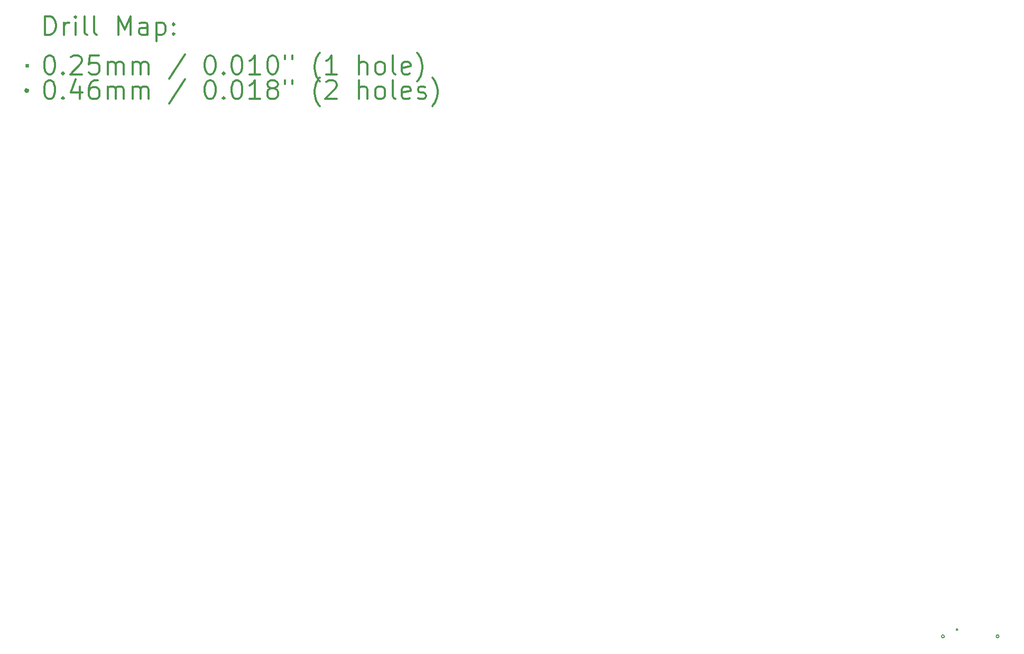
<source format=gbr>
%FSLAX45Y45*%
G04 Gerber Fmt 4.5, Leading zero omitted, Abs format (unit mm)*
G04 Created by KiCad (PCBNEW 4.0.5) date 02/24/17 13:58:27*
%MOMM*%
%LPD*%
G01*
G04 APERTURE LIST*
%ADD10C,0.127000*%
%ADD11C,0.200000*%
%ADD12C,0.300000*%
G04 APERTURE END LIST*
D10*
D11*
X463550Y769620D02*
X488950Y744220D01*
X488950Y769620D02*
X463550Y744220D01*
X270800Y648250D02*
G75*
G03X270800Y648250I-23000J0D01*
G01*
X1146800Y648250D02*
G75*
G03X1146800Y648250I-23000J0D01*
G01*
D12*
X-14130371Y10287376D02*
X-14130371Y10587376D01*
X-14058943Y10587376D01*
X-14016086Y10573090D01*
X-13987514Y10544519D01*
X-13973229Y10515947D01*
X-13958943Y10458804D01*
X-13958943Y10415947D01*
X-13973229Y10358804D01*
X-13987514Y10330233D01*
X-14016086Y10301661D01*
X-14058943Y10287376D01*
X-14130371Y10287376D01*
X-13830371Y10287376D02*
X-13830371Y10487376D01*
X-13830371Y10430233D02*
X-13816086Y10458804D01*
X-13801800Y10473090D01*
X-13773229Y10487376D01*
X-13744657Y10487376D01*
X-13644657Y10287376D02*
X-13644657Y10487376D01*
X-13644657Y10587376D02*
X-13658943Y10573090D01*
X-13644657Y10558804D01*
X-13630371Y10573090D01*
X-13644657Y10587376D01*
X-13644657Y10558804D01*
X-13458943Y10287376D02*
X-13487514Y10301661D01*
X-13501800Y10330233D01*
X-13501800Y10587376D01*
X-13301800Y10287376D02*
X-13330371Y10301661D01*
X-13344657Y10330233D01*
X-13344657Y10587376D01*
X-12958943Y10287376D02*
X-12958943Y10587376D01*
X-12858943Y10373090D01*
X-12758943Y10587376D01*
X-12758943Y10287376D01*
X-12487514Y10287376D02*
X-12487514Y10444519D01*
X-12501800Y10473090D01*
X-12530371Y10487376D01*
X-12587514Y10487376D01*
X-12616086Y10473090D01*
X-12487514Y10301661D02*
X-12516086Y10287376D01*
X-12587514Y10287376D01*
X-12616086Y10301661D01*
X-12630371Y10330233D01*
X-12630371Y10358804D01*
X-12616086Y10387376D01*
X-12587514Y10401661D01*
X-12516086Y10401661D01*
X-12487514Y10415947D01*
X-12344657Y10487376D02*
X-12344657Y10187376D01*
X-12344657Y10473090D02*
X-12316086Y10487376D01*
X-12258943Y10487376D01*
X-12230371Y10473090D01*
X-12216086Y10458804D01*
X-12201800Y10430233D01*
X-12201800Y10344519D01*
X-12216086Y10315947D01*
X-12230371Y10301661D01*
X-12258943Y10287376D01*
X-12316086Y10287376D01*
X-12344657Y10301661D01*
X-12073228Y10315947D02*
X-12058943Y10301661D01*
X-12073228Y10287376D01*
X-12087514Y10301661D01*
X-12073228Y10315947D01*
X-12073228Y10287376D01*
X-12073228Y10473090D02*
X-12058943Y10458804D01*
X-12073228Y10444519D01*
X-12087514Y10458804D01*
X-12073228Y10473090D01*
X-12073228Y10444519D01*
X-14427200Y9805790D02*
X-14401800Y9780390D01*
X-14401800Y9805790D02*
X-14427200Y9780390D01*
X-14073229Y9957376D02*
X-14044657Y9957376D01*
X-14016086Y9943090D01*
X-14001800Y9928804D01*
X-13987514Y9900233D01*
X-13973229Y9843090D01*
X-13973229Y9771661D01*
X-13987514Y9714519D01*
X-14001800Y9685947D01*
X-14016086Y9671661D01*
X-14044657Y9657376D01*
X-14073229Y9657376D01*
X-14101800Y9671661D01*
X-14116086Y9685947D01*
X-14130371Y9714519D01*
X-14144657Y9771661D01*
X-14144657Y9843090D01*
X-14130371Y9900233D01*
X-14116086Y9928804D01*
X-14101800Y9943090D01*
X-14073229Y9957376D01*
X-13844657Y9685947D02*
X-13830371Y9671661D01*
X-13844657Y9657376D01*
X-13858943Y9671661D01*
X-13844657Y9685947D01*
X-13844657Y9657376D01*
X-13716086Y9928804D02*
X-13701800Y9943090D01*
X-13673229Y9957376D01*
X-13601800Y9957376D01*
X-13573229Y9943090D01*
X-13558943Y9928804D01*
X-13544657Y9900233D01*
X-13544657Y9871661D01*
X-13558943Y9828804D01*
X-13730371Y9657376D01*
X-13544657Y9657376D01*
X-13273229Y9957376D02*
X-13416086Y9957376D01*
X-13430371Y9814519D01*
X-13416086Y9828804D01*
X-13387514Y9843090D01*
X-13316086Y9843090D01*
X-13287514Y9828804D01*
X-13273229Y9814519D01*
X-13258943Y9785947D01*
X-13258943Y9714519D01*
X-13273229Y9685947D01*
X-13287514Y9671661D01*
X-13316086Y9657376D01*
X-13387514Y9657376D01*
X-13416086Y9671661D01*
X-13430371Y9685947D01*
X-13130371Y9657376D02*
X-13130371Y9857376D01*
X-13130371Y9828804D02*
X-13116086Y9843090D01*
X-13087514Y9857376D01*
X-13044657Y9857376D01*
X-13016086Y9843090D01*
X-13001800Y9814519D01*
X-13001800Y9657376D01*
X-13001800Y9814519D02*
X-12987514Y9843090D01*
X-12958943Y9857376D01*
X-12916086Y9857376D01*
X-12887514Y9843090D01*
X-12873229Y9814519D01*
X-12873229Y9657376D01*
X-12730371Y9657376D02*
X-12730371Y9857376D01*
X-12730371Y9828804D02*
X-12716086Y9843090D01*
X-12687514Y9857376D01*
X-12644657Y9857376D01*
X-12616086Y9843090D01*
X-12601800Y9814519D01*
X-12601800Y9657376D01*
X-12601800Y9814519D02*
X-12587514Y9843090D01*
X-12558943Y9857376D01*
X-12516086Y9857376D01*
X-12487514Y9843090D01*
X-12473229Y9814519D01*
X-12473229Y9657376D01*
X-11887514Y9971661D02*
X-12144657Y9585947D01*
X-11501800Y9957376D02*
X-11473229Y9957376D01*
X-11444657Y9943090D01*
X-11430371Y9928804D01*
X-11416086Y9900233D01*
X-11401800Y9843090D01*
X-11401800Y9771661D01*
X-11416086Y9714519D01*
X-11430371Y9685947D01*
X-11444657Y9671661D01*
X-11473229Y9657376D01*
X-11501800Y9657376D01*
X-11530371Y9671661D01*
X-11544657Y9685947D01*
X-11558943Y9714519D01*
X-11573229Y9771661D01*
X-11573229Y9843090D01*
X-11558943Y9900233D01*
X-11544657Y9928804D01*
X-11530371Y9943090D01*
X-11501800Y9957376D01*
X-11273229Y9685947D02*
X-11258943Y9671661D01*
X-11273229Y9657376D01*
X-11287514Y9671661D01*
X-11273229Y9685947D01*
X-11273229Y9657376D01*
X-11073229Y9957376D02*
X-11044657Y9957376D01*
X-11016086Y9943090D01*
X-11001800Y9928804D01*
X-10987514Y9900233D01*
X-10973229Y9843090D01*
X-10973229Y9771661D01*
X-10987514Y9714519D01*
X-11001800Y9685947D01*
X-11016086Y9671661D01*
X-11044657Y9657376D01*
X-11073229Y9657376D01*
X-11101800Y9671661D01*
X-11116086Y9685947D01*
X-11130372Y9714519D01*
X-11144657Y9771661D01*
X-11144657Y9843090D01*
X-11130372Y9900233D01*
X-11116086Y9928804D01*
X-11101800Y9943090D01*
X-11073229Y9957376D01*
X-10687514Y9657376D02*
X-10858943Y9657376D01*
X-10773229Y9657376D02*
X-10773229Y9957376D01*
X-10801800Y9914519D01*
X-10830372Y9885947D01*
X-10858943Y9871661D01*
X-10501800Y9957376D02*
X-10473229Y9957376D01*
X-10444657Y9943090D01*
X-10430372Y9928804D01*
X-10416086Y9900233D01*
X-10401800Y9843090D01*
X-10401800Y9771661D01*
X-10416086Y9714519D01*
X-10430372Y9685947D01*
X-10444657Y9671661D01*
X-10473229Y9657376D01*
X-10501800Y9657376D01*
X-10530372Y9671661D01*
X-10544657Y9685947D01*
X-10558943Y9714519D01*
X-10573229Y9771661D01*
X-10573229Y9843090D01*
X-10558943Y9900233D01*
X-10544657Y9928804D01*
X-10530372Y9943090D01*
X-10501800Y9957376D01*
X-10287514Y9957376D02*
X-10287514Y9900233D01*
X-10173229Y9957376D02*
X-10173229Y9900233D01*
X-9730372Y9543090D02*
X-9744657Y9557376D01*
X-9773229Y9600233D01*
X-9787514Y9628804D01*
X-9801800Y9671661D01*
X-9816086Y9743090D01*
X-9816086Y9800233D01*
X-9801800Y9871661D01*
X-9787514Y9914519D01*
X-9773229Y9943090D01*
X-9744657Y9985947D01*
X-9730372Y10000233D01*
X-9458943Y9657376D02*
X-9630372Y9657376D01*
X-9544657Y9657376D02*
X-9544657Y9957376D01*
X-9573229Y9914519D01*
X-9601800Y9885947D01*
X-9630372Y9871661D01*
X-9101800Y9657376D02*
X-9101800Y9957376D01*
X-8973229Y9657376D02*
X-8973229Y9814519D01*
X-8987514Y9843090D01*
X-9016086Y9857376D01*
X-9058943Y9857376D01*
X-9087514Y9843090D01*
X-9101800Y9828804D01*
X-8787514Y9657376D02*
X-8816086Y9671661D01*
X-8830372Y9685947D01*
X-8844657Y9714519D01*
X-8844657Y9800233D01*
X-8830372Y9828804D01*
X-8816086Y9843090D01*
X-8787514Y9857376D01*
X-8744657Y9857376D01*
X-8716086Y9843090D01*
X-8701800Y9828804D01*
X-8687514Y9800233D01*
X-8687514Y9714519D01*
X-8701800Y9685947D01*
X-8716086Y9671661D01*
X-8744657Y9657376D01*
X-8787514Y9657376D01*
X-8516086Y9657376D02*
X-8544657Y9671661D01*
X-8558943Y9700233D01*
X-8558943Y9957376D01*
X-8287514Y9671661D02*
X-8316086Y9657376D01*
X-8373229Y9657376D01*
X-8401800Y9671661D01*
X-8416086Y9700233D01*
X-8416086Y9814519D01*
X-8401800Y9843090D01*
X-8373229Y9857376D01*
X-8316086Y9857376D01*
X-8287514Y9843090D01*
X-8273229Y9814519D01*
X-8273229Y9785947D01*
X-8416086Y9757376D01*
X-8173229Y9543090D02*
X-8158943Y9557376D01*
X-8130371Y9600233D01*
X-8116086Y9628804D01*
X-8101800Y9671661D01*
X-8087514Y9743090D01*
X-8087514Y9800233D01*
X-8101800Y9871661D01*
X-8116086Y9914519D01*
X-8130371Y9943090D01*
X-8158943Y9985947D01*
X-8173229Y10000233D01*
X-14401800Y9397090D02*
G75*
G03X-14401800Y9397090I-23000J0D01*
G01*
X-14073229Y9561376D02*
X-14044657Y9561376D01*
X-14016086Y9547090D01*
X-14001800Y9532804D01*
X-13987514Y9504233D01*
X-13973229Y9447090D01*
X-13973229Y9375661D01*
X-13987514Y9318519D01*
X-14001800Y9289947D01*
X-14016086Y9275661D01*
X-14044657Y9261376D01*
X-14073229Y9261376D01*
X-14101800Y9275661D01*
X-14116086Y9289947D01*
X-14130371Y9318519D01*
X-14144657Y9375661D01*
X-14144657Y9447090D01*
X-14130371Y9504233D01*
X-14116086Y9532804D01*
X-14101800Y9547090D01*
X-14073229Y9561376D01*
X-13844657Y9289947D02*
X-13830371Y9275661D01*
X-13844657Y9261376D01*
X-13858943Y9275661D01*
X-13844657Y9289947D01*
X-13844657Y9261376D01*
X-13573229Y9461376D02*
X-13573229Y9261376D01*
X-13644657Y9575661D02*
X-13716086Y9361376D01*
X-13530371Y9361376D01*
X-13287514Y9561376D02*
X-13344657Y9561376D01*
X-13373229Y9547090D01*
X-13387514Y9532804D01*
X-13416086Y9489947D01*
X-13430371Y9432804D01*
X-13430371Y9318519D01*
X-13416086Y9289947D01*
X-13401800Y9275661D01*
X-13373229Y9261376D01*
X-13316086Y9261376D01*
X-13287514Y9275661D01*
X-13273229Y9289947D01*
X-13258943Y9318519D01*
X-13258943Y9389947D01*
X-13273229Y9418519D01*
X-13287514Y9432804D01*
X-13316086Y9447090D01*
X-13373229Y9447090D01*
X-13401800Y9432804D01*
X-13416086Y9418519D01*
X-13430371Y9389947D01*
X-13130371Y9261376D02*
X-13130371Y9461376D01*
X-13130371Y9432804D02*
X-13116086Y9447090D01*
X-13087514Y9461376D01*
X-13044657Y9461376D01*
X-13016086Y9447090D01*
X-13001800Y9418519D01*
X-13001800Y9261376D01*
X-13001800Y9418519D02*
X-12987514Y9447090D01*
X-12958943Y9461376D01*
X-12916086Y9461376D01*
X-12887514Y9447090D01*
X-12873229Y9418519D01*
X-12873229Y9261376D01*
X-12730371Y9261376D02*
X-12730371Y9461376D01*
X-12730371Y9432804D02*
X-12716086Y9447090D01*
X-12687514Y9461376D01*
X-12644657Y9461376D01*
X-12616086Y9447090D01*
X-12601800Y9418519D01*
X-12601800Y9261376D01*
X-12601800Y9418519D02*
X-12587514Y9447090D01*
X-12558943Y9461376D01*
X-12516086Y9461376D01*
X-12487514Y9447090D01*
X-12473229Y9418519D01*
X-12473229Y9261376D01*
X-11887514Y9575661D02*
X-12144657Y9189947D01*
X-11501800Y9561376D02*
X-11473229Y9561376D01*
X-11444657Y9547090D01*
X-11430371Y9532804D01*
X-11416086Y9504233D01*
X-11401800Y9447090D01*
X-11401800Y9375661D01*
X-11416086Y9318519D01*
X-11430371Y9289947D01*
X-11444657Y9275661D01*
X-11473229Y9261376D01*
X-11501800Y9261376D01*
X-11530371Y9275661D01*
X-11544657Y9289947D01*
X-11558943Y9318519D01*
X-11573229Y9375661D01*
X-11573229Y9447090D01*
X-11558943Y9504233D01*
X-11544657Y9532804D01*
X-11530371Y9547090D01*
X-11501800Y9561376D01*
X-11273229Y9289947D02*
X-11258943Y9275661D01*
X-11273229Y9261376D01*
X-11287514Y9275661D01*
X-11273229Y9289947D01*
X-11273229Y9261376D01*
X-11073229Y9561376D02*
X-11044657Y9561376D01*
X-11016086Y9547090D01*
X-11001800Y9532804D01*
X-10987514Y9504233D01*
X-10973229Y9447090D01*
X-10973229Y9375661D01*
X-10987514Y9318519D01*
X-11001800Y9289947D01*
X-11016086Y9275661D01*
X-11044657Y9261376D01*
X-11073229Y9261376D01*
X-11101800Y9275661D01*
X-11116086Y9289947D01*
X-11130372Y9318519D01*
X-11144657Y9375661D01*
X-11144657Y9447090D01*
X-11130372Y9504233D01*
X-11116086Y9532804D01*
X-11101800Y9547090D01*
X-11073229Y9561376D01*
X-10687514Y9261376D02*
X-10858943Y9261376D01*
X-10773229Y9261376D02*
X-10773229Y9561376D01*
X-10801800Y9518519D01*
X-10830372Y9489947D01*
X-10858943Y9475661D01*
X-10516086Y9432804D02*
X-10544657Y9447090D01*
X-10558943Y9461376D01*
X-10573229Y9489947D01*
X-10573229Y9504233D01*
X-10558943Y9532804D01*
X-10544657Y9547090D01*
X-10516086Y9561376D01*
X-10458943Y9561376D01*
X-10430372Y9547090D01*
X-10416086Y9532804D01*
X-10401800Y9504233D01*
X-10401800Y9489947D01*
X-10416086Y9461376D01*
X-10430372Y9447090D01*
X-10458943Y9432804D01*
X-10516086Y9432804D01*
X-10544657Y9418519D01*
X-10558943Y9404233D01*
X-10573229Y9375661D01*
X-10573229Y9318519D01*
X-10558943Y9289947D01*
X-10544657Y9275661D01*
X-10516086Y9261376D01*
X-10458943Y9261376D01*
X-10430372Y9275661D01*
X-10416086Y9289947D01*
X-10401800Y9318519D01*
X-10401800Y9375661D01*
X-10416086Y9404233D01*
X-10430372Y9418519D01*
X-10458943Y9432804D01*
X-10287514Y9561376D02*
X-10287514Y9504233D01*
X-10173229Y9561376D02*
X-10173229Y9504233D01*
X-9730372Y9147090D02*
X-9744657Y9161376D01*
X-9773229Y9204233D01*
X-9787514Y9232804D01*
X-9801800Y9275661D01*
X-9816086Y9347090D01*
X-9816086Y9404233D01*
X-9801800Y9475661D01*
X-9787514Y9518519D01*
X-9773229Y9547090D01*
X-9744657Y9589947D01*
X-9730372Y9604233D01*
X-9630372Y9532804D02*
X-9616086Y9547090D01*
X-9587514Y9561376D01*
X-9516086Y9561376D01*
X-9487514Y9547090D01*
X-9473229Y9532804D01*
X-9458943Y9504233D01*
X-9458943Y9475661D01*
X-9473229Y9432804D01*
X-9644657Y9261376D01*
X-9458943Y9261376D01*
X-9101800Y9261376D02*
X-9101800Y9561376D01*
X-8973229Y9261376D02*
X-8973229Y9418519D01*
X-8987514Y9447090D01*
X-9016086Y9461376D01*
X-9058943Y9461376D01*
X-9087514Y9447090D01*
X-9101800Y9432804D01*
X-8787514Y9261376D02*
X-8816086Y9275661D01*
X-8830372Y9289947D01*
X-8844657Y9318519D01*
X-8844657Y9404233D01*
X-8830372Y9432804D01*
X-8816086Y9447090D01*
X-8787514Y9461376D01*
X-8744657Y9461376D01*
X-8716086Y9447090D01*
X-8701800Y9432804D01*
X-8687514Y9404233D01*
X-8687514Y9318519D01*
X-8701800Y9289947D01*
X-8716086Y9275661D01*
X-8744657Y9261376D01*
X-8787514Y9261376D01*
X-8516086Y9261376D02*
X-8544657Y9275661D01*
X-8558943Y9304233D01*
X-8558943Y9561376D01*
X-8287514Y9275661D02*
X-8316086Y9261376D01*
X-8373229Y9261376D01*
X-8401800Y9275661D01*
X-8416086Y9304233D01*
X-8416086Y9418519D01*
X-8401800Y9447090D01*
X-8373229Y9461376D01*
X-8316086Y9461376D01*
X-8287514Y9447090D01*
X-8273229Y9418519D01*
X-8273229Y9389947D01*
X-8416086Y9361376D01*
X-8158943Y9275661D02*
X-8130371Y9261376D01*
X-8073229Y9261376D01*
X-8044657Y9275661D01*
X-8030371Y9304233D01*
X-8030371Y9318519D01*
X-8044657Y9347090D01*
X-8073229Y9361376D01*
X-8116086Y9361376D01*
X-8144657Y9375661D01*
X-8158943Y9404233D01*
X-8158943Y9418519D01*
X-8144657Y9447090D01*
X-8116086Y9461376D01*
X-8073229Y9461376D01*
X-8044657Y9447090D01*
X-7930371Y9147090D02*
X-7916086Y9161376D01*
X-7887514Y9204233D01*
X-7873229Y9232804D01*
X-7858943Y9275661D01*
X-7844657Y9347090D01*
X-7844657Y9404233D01*
X-7858943Y9475661D01*
X-7873229Y9518519D01*
X-7887514Y9547090D01*
X-7916086Y9589947D01*
X-7930371Y9604233D01*
M02*

</source>
